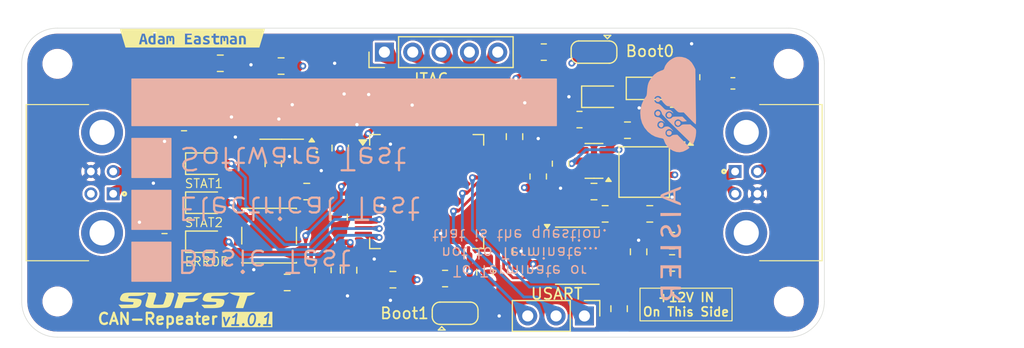
<source format=kicad_pcb>
(kicad_pcb (version 20241229) (generator "pcbnew") (generator_version "9.0")
  (layers (0 "F.Cu" mixed) (4 "In1.Cu" power) (6 "In2.Cu" power) (2 "B.Cu" mixed) (13 "F.Paste" user) (15 "B.Paste" user) (5 "F.SilkS" user "F.Silkscreen") (7 "B.SilkS" user "B.Silkscreen") (1 "F.Mask" user) (3 "B.Mask" user) (25 "Edge.Cuts" user))
  (net 0 "")
  (net 1 "GND")
  (net 2 "+3V3")
  (net 3 "+3.3VA")
  (net 4 "Net-(C10-Pad1)")
  (net 5 "Net-(C12-Pad1)")
  (net 6 "Net-(U1-PD0)")
  (net 7 "Net-(U1-PD1)")
  (net 8 "/NReset")
  (net 9 "Net-(D1-K)")
  (net 10 "+GLV")
  (net 11 "SYS_JTDO")
  (net 12 "SYS_JTDI")
  (net 13 "SYS_JTCK-SW")
  (net 14 "SYS_JTMS-SWDIO")
  (net 15 "SYS_NJTRST")
  (net 16 "USART1_TX")
  (net 17 "USART1_RX")
  (net 18 "USART1_CK")
  (net 19 "Net-(U1-BOOT0)")
  (net 21 "MCU_CAN2_TX")
  (net 28 "MCU_CAN2_RX")
  (net 40 "MCU_CAN1_TX")
  (net 50 "MCU_CAN1_RX")
  (net 56 "Net-(JP2-C)")
  (net 57 "Net-(JP1-C)")
  (net 58 "Net-(U1-PB2)")
  (net 59 "Net-(D2-A+)")
  (net 60 "Net-(D3-K)")
  (net 61 "/STAT1_LED")
  (net 62 "Net-(D4-K)")
  (net 63 "/STAT2_LED")
  (net 64 "Net-(D5-K)")
  (net 65 "/ERROR_LED")
  (net 67 "Net-(U3-SW)")
  (net 68 "Net-(U3-CB)")
  (net 69 "Net-(U3-FB)")
  (net 70 "Net-(U5-SHDN)")
  (net 71 "Net-(U2-SHDN)")
  (net 73 "Net-(J4-Pin_3)")
  (net 74 "+GLV_PROT")
  (net 75 "1_CAN-")
  (net 76 "1_CAN+")
  (net 77 "2_CAN+")
  (net 78 "2_CAN-")
  (footprint "Resistor_SMD:R_0805_2012Metric_Pad1.20x1.40mm_HandSolder" (layer "F.Cu") (at 141 79.25)
    (property "Reference" "R11" (hide yes))
    (property "Value" "120")
  )
  (footprint "Capacitor_SMD:C_0805_2012Metric_Pad1.18x1.45mm_HandSolder" (layer "F.Cu") (at 156.75 74.35 90)
    (property "Reference" "C6" (hide yes))
    (property "Value" "100n")
  )
  (footprint "Capacitor_SMD:C_0805_2012Metric_Pad1.18x1.45mm_HandSolder" (layer "F.Cu") (at 152 86.4 180)
    (property "Reference" "C19" (hide yes))
    (property "Value" "100n")
  )
  (footprint "Capacitor_SMD:C_0805_2012Metric_Pad1.18x1.45mm_HandSolder" (layer "F.Cu") (at 159.25 69.5 180)
    (property "Reference" "C5" (hide yes))
    (property "Value" "100n")
  )
  (footprint "Capacitor_SMD:C_0805_2012Metric_Pad1.18x1.45mm_HandSolder" (layer "F.Cu") (at 156.65 80.5375 90)
    (property "Reference" "C8" (hide yes))
    (property "Value" "10n")
  )
  (footprint "Package_QFP:LQFP-64_10x10mm_P0.5mm" (layer "F.Cu") (at 164.5 78.25)
    (property "Reference" "U1" (hide yes))
    (property "Value" "STM32F105RBTx")
  )
  (footprint "Capacitor_SMD:C_0805_2012Metric_Pad1.18x1.45mm_HandSolder" (layer "F.Cu") (at 157.5 85.3 -90)
    (property "Reference" "C9" (hide yes))
    (property "Value" "1u")
  )
  (footprint "Resistor_SMD:R_0805_2012Metric_Pad1.20x1.40mm_HandSolder" (layer "F.Cu") (at 186.5 82.65)
    (property "Reference" "R3" (hide yes))
    (property "Value" "60R")
  )
  (footprint "Resistor_SMD:R_0805_2012Metric_Pad1.20x1.40mm_HandSolder" (layer "F.Cu") (at 142.75 72.065 180)
    (property "Reference" "R1" (hide yes))
    (property "Value" "60R")
  )
  (footprint "Resistor_SMD:R_0805_2012Metric_Pad1.20x1.40mm_HandSolder" (layer "F.Cu") (at 188.25 68 90)
    (property "Reference" "R9" (hide yes))
    (property "Value" "100k")
  )
  (footprint "Capacitor_SMD:C_0805_2012Metric_Pad1.18x1.45mm_HandSolder" (layer "F.Cu") (at 184.5 80.25)
    (property "Reference" "C20" (hide yes))
    (property "Value" "10u")
  )
  (footprint "kibuzzard-690C9F6D" (layer "F.Cu") (at 143.5 64.5)
    (property "Reference" "kibuzzard-690C9F6D" (hide yes))
    (property "Value" "G***" (hide yes))
  )
  (footprint "Fuse:Fuse_0603_1608Metric_Pad1.05x0.95mm_HandSolder" (layer "F.Cu") (at 191.95 68.55)
    (property "Reference" "F1" (hide yes))
    (property "Value" "Fuse")
  )
  (footprint "Jumper:SolderJumper-3_P1.3mm_Bridged12_RoundedPad1.0x1.5mm" (layer "F.Cu") (at 167.05 89.1575)
    (property "Reference" "JP1" (hide yes))
    (property "Value" "SolderJumper_3_Bridged12")
  )
  (footprint "Resistor_SMD:R_0805_2012Metric_Pad1.20x1.40mm_HandSolder" (layer "F.Cu") (at 141 75.75)
    (property "Reference" "R10" (hide yes))
    (property "Value" "120")
  )
  (footprint "Capacitor_SMD:C_0805_2012Metric_Pad1.18x1.45mm_HandSolder" (layer "F.Cu") (at 150.75 75.75 -90)
    (property "Reference" "C14" (hide yes))
    (property "Value" "4.7p")
  )
  (footprint "Resistor_SMD:R_0805_2012Metric_Pad1.20x1.40mm_HandSolder" (layer "F.Cu") (at 142.75 69.965)
    (property "Reference" "R2" (hide yes))
    (property "Value" "60R")
  )
  (footprint "LED_SMD:LED_0805_2012Metric_Pad1.15x1.40mm_HandSolder" (layer "F.Cu") (at 144.75 82.75)
    (property "Reference" "D5" (hide yes))
    (property "Value" "LED")
  )
  (footprint "Package_SO:SOIC-8_3.9x4.9mm_P1.27mm" (layer "F.Cu") (at 178 84)
    (property "Reference" "U2" (hide yes))
    (property "Value" "TCAN3404-Q1")
  )
  (footprint "Resistor_SMD:R_0805_2012Metric_Pad1.20x1.40mm_HandSolder" (layer "F.Cu") (at 176.5 75.75 -90)
    (property "Reference" "R14" (hide yes))
    (property "Value" "22.1k")
  )
  (footprint "Capacitor_SMD:C_0805_2012Metric_Pad1.18x1.45mm_HandSolder" (layer "F.Cu") (at 180.5 80.25 180)
    (property "Reference" "C21" (hide yes))
    (property "Value" "10u")
  )
  (footprint "Button_Switch_SMD:SW_SPST_PTS647_Sx38" (layer "F.Cu") (at 150.375 82.2)
    (property "Reference" "SW1" (hide yes))
    (property "Value" "PTS647Sx38")
  )
  (footprint "Capacitor_SMD:C_0805_2012Metric_Pad1.18x1.45mm_HandSolder" (layer "F.Cu") (at 153.75 78.25)
    (property "Reference" "C15" (hide yes))
    (property "Value" "4.7p")
  )
  (footprint "Package_TO_SOT_SMD:SOT-23" (layer "F.Cu") (at 187 72.25 180)
    (property "Reference" "Q1" (hide yes))
    (property "Value" "DMP510DL-7")
  )
  (footprint "Capacitor_SMD:C_0805_2012Metric_Pad1.18x1.45mm_HandSolder" (layer "F.Cu") (at 174.75 70.75 -90)
    (property "Reference" "C2" (hide yes))
    (property "Value" "4.7u")
  )
  (footprint "Jumper:SolderJumper-3_P1.3mm_Bridged12_RoundedPad1.0x1.5mm" (layer "F.Cu") (at 179.5 65.75 180)
    (property "Reference" "JP2" (hide yes))
    (property "Value" "SolderJumper_3_Bridged12")
  )
  (footprint "Capacitor_SMD:C_0805_2012Metric_Pad1.18x1.45mm_HandSolder" (layer "F.Cu") (at 161.475 86.15 180)
    (property "Reference" "C1" (hide yes))
    (property "Value" "100n")
  )
  (footprint "Capacitor_SMD:C_0805_2012Metric_Pad1.18x1.45mm_HandSolder" (layer "F.Cu") (at 146 66.75)
    (property "Reference" "C22" (hide yes))
    (property "Value" "100n")
  )
  (footprint "MountingHole:MountingHole_2.2mm_M2" (layer "F.Cu") (at 196.964339 88.114466)
    (property "Reference" "H4" (hide yes))
    (property "Value" "MountingHole")
  )
  (footprint "Resistor_SMD:R_0805_2012Metric_Pad1.20x1.40mm_HandSolder" (layer "F.Cu") (at 141 82.75)
    (property "Reference" "R12" (hide yes))
    (property "Value" "120" (hide yes))
  )
  (footprint "Capacitor_SMD:C_0805_2012Metric_Pad1.18x1.45mm_HandSolder" (layer "F.Cu") (at 181.75 88.75 90)
    (property "Reference" "C23" (hide yes))
    (property "Value" "100n")
  )
  (footprint "Inductor_SMD:L_Coilcraft_XAL4020-XXX" (layer "F.Cu") (at 184 76.5)
    (property "Reference" "L1" (hide yes))
    (property "Value" "2.2uH")
  )
  (footprint "Connector_PinHeader_2.54mm:PinHeader_1x05_P2.54mm_Vertical" (layer "F.Cu") (at 160.71 65.75 90)
    (property "Reference" "J1" (hide yes))
    (property "Value" "Conn_01x05")
  )
  (footprint "SUFST:M80-54004YY" (layer "F.Cu") (at 136.4 78.45 -90)
    (property "Reference" "J2" (hide yes))
    (property "Value" "CAN 1" (hide yes))
  )
  (footprint "LOGO" (layer "F.Cu") (at 143 88)
    (property "Reference" "G***" (hide yes))
    (property "Value" "LOGO" (hide yes))
  )
  (footprint "Capacitor_SMD:C_0805_2012Metric_Pad1.18x1.45mm_HandSolder" (layer "F.Cu") (at 179.5 78.25 180)
    (property "Reference" "C16" (hide yes))
    (property "Value" "0.1uF")
  )
  (footprint "SUFST:M80-54004YY" (layer "F.Cu") (at 192.15 76.45 90)
    (property "Reference" "J4" (hide yes))
    (property "Value" "CAN 1" (hide yes))
  )
  (footprint "Capacitor_SMD:C_0805_2012Metric_Pad1.18x1.45mm_HandSolder" (layer "F.Cu") (at 169.725 85.475 -90)
    (property "Reference" "C3" (hide yes))
    (property "Value" "100n")
  )
  (footprint "LED_SMD:LED_0805_2012Metric_Pad1.15x1.40mm_HandSolder" (layer "F.Cu") (at 180.25 69.75)
    (property "Reference" "D1" (hide yes))
    (property "Value" "LED")
  )
  (footprint "Resistor_SMD:R_0805_2012Metric_Pad1.20x1.40mm_HandSolder" (layer "F.Cu") (at 174.5 76.9 90)
    (property "Reference" "R13" (hide yes))
    (property "Value" "100k")
  )
  (footprint "MountingHole:MountingHole_2.2mm_M2" (layer "F.Cu") (at 131.4 88.1)
    (property "Reference" "H3" (hide yes))
    (property "Value" "MountingHole")
  )
  (footprint "Capacitor_SMD:C_0805_2012Metric_Pad1.18x1.45mm_HandSolder" (layer "F.Cu") (at 172.375 73.325 -90)
    (property "Reference" "C4" (hide yes))
    (property "Value" "100n")
  )
  (footprint "Capacitor_SMD:C_0805_2012Metric_Pad1.18x1.45mm_HandSolder" (layer "F.Cu") (at 183.5 83.65 90)
    (property "Reference" "C12" (hide yes))
    (property "Value" "4.7n")
  )
  (footprint "Capacitor_SMD:C_0805_2012Metric_Pad1.18x1.45mm_HandSolder" (layer "F.Cu") (at 182.5 72.75)
    (property "Reference" "C13" (hide yes))
    (property "Value" "2.2u")
  )
  (footprint "Capacitor_SMD:C_0805_2012Metric_Pad1.18x1.45mm_HandSolder" (layer "F.Cu") (at 145.65 71.065 -90)
    (property "Reference" "C10" (hide yes))
    (property "Value" "4.7n")
  )
  (footprint "LED_SMD:LED_0805_2012Metric_Pad1.15x1.40mm_HandSolder" (layer "F.Cu") (at 144.75 75.75)
    (property "Reference" "D3" (hide yes))
    (property "Value" "LED")
  )
  (footprint "LED_SMD:LED_0805_2012Metric_Pad1.15x1.40mm_HandSolder" (layer "F.Cu") (at 144.75 79.25)
    (property "Reference" "D4" (hide yes))
    (property "Value" "LED")
  )
  (footprint "Capacitor_SMD:C_0805_2012Metric_Pad1.18x1.45mm_HandSolder" (layer "F.Cu") (at 151.45 67)
    (property "Reference" "C11" (hide yes))
    (property "Value" "100n")
  )
  (footprint "Resistor_SMD:R_0805_2012Metric_Pad1.20x1.40mm_HandSolder" (layer "F.Cu") (at 155.2 85.3 90)
    (property "Reference" "R7" (hide yes))
    (property "Value" "10k")
  )
  (footprint "Resistor_SMD:R_0805_2012Metric_Pad1.20x1.40mm_HandSolder" (layer "F.Cu") (at 178.2 71.8)
    (property "Reference" "R6" (hide yes))
    (property "Value" "1k")
  )
  (footprint "Resistor_SMD:R_0805_2012Metric_Pad1.20x1.40mm_HandSolder" (layer "F.Cu") (at 186.5 84.65 180)
    (property "Reference" "R4" (hide yes))
    (property "Value" "60R")
  )
  (footprint "Resistor_SMD:R_0805_2012Metric_Pad1.20x1.40mm_HandSolder" (layer "F.Cu") (at 175 65.75 180)
    (property "Reference" "R5" (hide yes))
    (property "Value" "100")
  )
  (footprint "MountingHole:MountingHole_2.2mm_M2" (layer "F.Cu") (at 196.95 66.8)
    (property "Reference" "H2" (hide yes))
    (property "Value" "MountingHole")
  )
  (footprint "Resistor_SMD:R_0805_2012Metric_Pad1.20x1.40mm_HandSolder" (layer "F.Cu") (at 166.15 86.05)
    (property "Reference" "R8" (hide yes))
    (property "Value" "100")
  )
  (footprint "Package_TO_SOT_SMD:SOT-23-6" (layer "F.Cu") (at 179.5 75.5 180)
    (property "Reference" "U3" (hide yes))
    (property "Value" "LMR51430")
  )
  (footprint "Package_SO:SOIC-8_3.9x4.9mm_P1.27mm" (layer "F.Cu") (at 151.5 71 180)
    (property "Reference" "U5" (hide yes))
    (property "Value" "TCAN3404-Q1")
  )
  (footprint "NetTie:NetTie-2_SMD_Pad0.5mm" (layer "F.Cu") (at 157.15 82.8)
    (property "Reference" "NT1" (hide yes))
    (property "Value" "NetTie_2" (hide yes))
  )
  (footprint "Connector_PinHeader_2.54mm:PinHeader_1x03_P2.54mm_Vertical" (layer "F.Cu") (at 178.64 89.4 -90)
    (property "Reference" "J5" (hide yes))
    (property "Value" "USART1")
  )
  (footprint "Diode_SMD:D_SOD-123" (layer "F.Cu") (at 184.75 69)
    (property "Reference" "D2" (hide yes))
    (property "Value" "BZT52B10")
  )
  (footprint "SUFST:Resonator_SMD_ECS_ECX-1247Q_1.6x1.2x0.3mm" (layer "F.Cu") (at 153.75 75.575 180)
    (property "Reference" "Y2" (hide yes))
    (property "Value" "ABM8AIG-8.000MHZ-1Z-T")
  )
  (footprint "MountingHole:MountingHole_2.2mm_M2" (layer "F.Cu") (at 131.4 66.8)
    (property "Reference" "H1" (hide yes))
    (property "Value" "MountingHole")
  )
  (footprint "Capacitor_SMD:C_0805_2012Metric_Pad1.18x1.45mm_HandSolder" (layer "F.Cu") (at 172.95 83.65 -90)
    (property "Reference" "C7" (hide yes))
    (property "Value" "100n")
  )
  (footprint "SUFST:QualityCheck" (layer "B.Cu") (at 154.4 77.45)
    (property "Reference" "REF**" (hide yes))
    (property "Value" "QualityCheck")
  )
  (footprint "LOGO" (layer "B.Cu") (at 186.15 77.15 -90)
    (property "Reference" "G***" (hide yes))
    (property "Value" "LOGO" (hide yes))
  )
  (gr_rect (start 183.625 86.9123) (end 191.875 89.8377) (stroke (width 0.1)) (fill no) (layer "F.SilkS"))
  (gr_arc (start 128.2 66.786) (mid 129.133158 64.533158) (end 131.386 63.6) (stroke (width 0.05)) (layer "Edge.Cuts"))
  (gr_arc (start 196.964 63.6) (mid 199.216842 64.533158) (end 200.15 66.786) (stroke (width 0.05)) (layer "Edge.Cuts"))
  (gr_line (start 128.2 88.114073) (end 128.2 66.786) (stroke (width 0.05)) (layer "Edge.Cuts"))
  (gr_line (start 131.386 63.6) (end 196.964 63.6) (stroke (width 0.05)) (layer "Edge.Cuts"))
  (gr_arc (start 131.386 91.300073) (mid 129.133158 90.366915) (end 128.2 88.114073) (stroke (width 0.05)) (layer "Edge.Cuts"))
  (gr_line (start 196.964 91.300073) (end 131.386 91.300073) (stroke (width 0.05)) (layer "Edge.Cuts"))
  (gr_line (start 200.15 66.786) (end 200.15 88.114073) (stroke (width 0.05)) (layer "Edge.Cuts"))
  (gr_arc (start 200.15 88.114073) (mid 199.216842 90.366915) (end 196.964 91.300073) (stroke (width 0.05)) (layer "Edge.Cuts"))
  (gr_text "v1.0.1" (at 146 90.35 0) (layer "F.SilkS" knockout) (effects (font (size 1 1) (thickness 0.16) (italic yes)) (justify left bottom)))
  (gr_text "USART" (at 173.75 88 0) (layer "F.SilkS") (effects (font (size 1 1)) (justify left bottom)))
  (gr_text "STAT1" (at 142.75 78 0) (layer "F.SilkS") (effects (font (size 0.8 0.8) (thickness 0.1)) (justify left bottom)))
  (gr_text "ERROR" (at 142.75 85 0) (layer "F.SilkS") (effects (font (size 0.8 0.8) (thickness 0.1)) (justify left bottom)))
  (gr_text "Boot1" (at 160.25 89.75 0) (layer "F.SilkS") (effects (font (size 1 1)) (justify left bottom)))
  (gr_text "+12V IN\nOn This Side" (at 187.75 89.5 0) (layer "F.SilkS") (effects (font (size 0.8 0.8) (thickness 0.15) (bold yes)) (justify bottom)))
  (gr_text "CAN-Repeater" (at 134.9 90.25 0) (layer "F.SilkS") (effects (font (size 1 1) (thickness 0.2) (bold yes)) (justify left bottom)))
  (gr_text "Boot0" (at 182.25 66.25 0) (layer "F.SilkS") (effects (font (size 1 1)) (justify left bottom)))
  (gr_text "STAT2" (at 142.75 81.5 0) (layer "F.SilkS") (effects (font (size 0.8 0.8) (thickness 0.1)) (justify left bottom)))
  (gr_text "JTAG" (at 163 68.75 0) (layer "F.SilkS") (effects (font (size 1 1)) (justify left bottom)))
  (gr_text "To Terminate or\nnot to Terminate...\nthat is the question." (at 172.85 81.55 180) (layer "B.SilkS") (effects (font (size 1 1) (thickness 0.125)) (justify bottom mirror)))
  (segment (start 154.35 76) (end 154.325 76) (width 0.2) (layer "F.Cu") (net 1))
  (segment (start 147.71 73.005) (end 147.35 73.365) (width 0.5) (layer "F.Cu") (net 1))
  (segment (start 161.25 85.3375) (end 160.4375 86.15) (width 0.25) (layer "F.Cu") (net 1))
  (segment (start 160.5 79.5) (end 160 80) (width 0.25) (layer "F.Cu") (net 1))
  (segment (start 167.75 83) (end 167.25 82.5) (width 0.25) (layer "F.Cu") (net 1))
  (segment (start 158.2125 69.5) (end 157.1 69.5) (width 0.5) (layer "F.Cu") (net 1))
  (segment (start 148.975 73.005) (end 147.71 73.005) (width 0.5) (layer "F.Cu") (net 1))
  (segment (start 173.7025 83.365) (end 172.95 82.6125) (width 0.5) (layer "F.Cu") (net 1))
  (segment (start 166.75 82) (end 165.75 82) (width 0.25) (layer "F.Cu") (net 1))
  (segment (start 154.7 76.375) (end 154.325 76) (width 0.2) (layer "F.Cu") (net 1))
  (segment (start 171 87.7875) (end 169.725 86.5125) (width 0.5) (layer "F.Cu") (net 1))
  (segment (start 170.175 75) (end 171.7375 75) (width 0.25) (layer "F.Cu") (net 1))
  (segment (start 171.7375 75) (end 172.375 74.3625) (width 0.25) (layer "F.Cu") (net 1))
  (segment (start 150.75 76.7875) (end 151.25 76.7875) (width 0.5) (layer "F.Cu") (net 1))
  (segment (start 146.4625 72.1025) (end 147 71.565) (width 0.5) (layer "F.Cu") (net 1))
  (segment (start 167.25 82.5) (end 166.75 82) (width 0.25) (layer "F.Cu") (net 1))
  (segment (start 156.75 73.3125) (end 157.0375 73.3125) (width 0.5) (layer "F.Cu") (net 1))
  (segment (start 153.175 75.15) (end 152.25 75.15) (width 0.2) (layer "F.Cu") (net 1))
  (segment (start 161.25 83.925) (end 161.25 85.3375) (width 0.25) (layer "F.Cu") (net 1))
  (segment (start 157.4 86.4375) (end 157.5 86.3375) (width 0.5) (layer "F.Cu") (net 1))
  (segment (start 157.4 87.6) (end 157.4 86.4375) (width 0.5) (layer "F.Cu") (net 1))
  (segment (start 161.25 72.575) (end 161.25 74) (width 0.25) (layer "F.Cu") (net 1))
  (segment (start 160.4375 86.15) (end 160.4375 85.8625) (width 0.2) (layer "F.Cu") (net 1))
  (segment (start 175.4 83.365) (end 173.7025 83.365) (width 0.5) (layer "F.Cu") (net 1))
  (segment (start 171 89.4) (end 171 87.7875) (width 0.5) (layer "F.Cu") (net 1))
  (segment (start 145.65 72.1025) (end 146.4625 72.1025) (width 0.5) (layer "F.Cu") (net 1))
  (segment (start 167.75 83.925) (end 167.75 83) (width 0.25) (layer "F.Cu") (net 1))
  (segment (start 157.15 80) (end 156.65 79.5) (width 0.25) (layer "F.Cu") (net 1))
  (segment (start 158.825 80) (end 157.15 80) (width 0.25) (layer "F.Cu") (net 1))
  (segment (start 155.05 76.375) (end 154.7 76.375) (width 0.2) (layer "F.Cu") (net 1))
  (segment (start 152.25 75.15) (end 152.2 75.1) (width 0.2) (layer "F.Cu") (net 1))
  (segment (start 160 80) (end 158.825 80) (width 0.25) (layer "F.Cu") (net 1))
  (via (at 148.75 66.885) (size 0.6) (drill 0.3) (layers "F.Cu" "B.Cu") (net 1))
  (via (at 152.2 75.1) (size 0.6) (drill 0.3) (layers "F.Cu" "B.Cu") (net 1))
  (via (at 157.1 69.5) (size 0.6) (drill 0.3) (layers "F.Cu" "B.Cu") (net 1))
  (via (at 183.5 82.6125) (size 0.6) (drill 0.3) (layers "F.Cu" "B.Cu") (net 1))
  (via (at 147.35 73.365) (size 0.6) (drill 0.3) (layers "F.Cu" "B.Cu") (net 1))
  (via (at 176.5 77.95) (size 0.6) (drill 0.3) (layers "F.Cu" "B.Cu") (net 1))
  (via (at 161.25 88) (size 0.6) (drill 0.3) (layers "F.Cu" "B.Cu") (net 1))
  (via (at 156.25 66.75) (size 0.6) (drill 0.3) (layers "F.Cu" "B.Cu") (net 1))
  (via (at 140 77.5) (size 0.6) (drill 0.3) (layers "F.Cu" "B.Cu") (net 1))
  (via (at 172.963409 83.6) (size 0.6) (drill 0.3) (layers "F.Cu" "B.Cu") (net 1))
  (via (at 171 89.4) (size 0.6) (drill 0.3) (layers "F.Cu" "B.Cu") (net 1))
  (via (at 158.25 72.25) (size 0.6) (drill 0.3) (layers "F.Cu" "B.Cu") (net 1))
  (via (at 141 73.75) (size 0.6) (drill 0.3) (layers "F.Cu" "B.Cu") (net 1))
  (via (at 138.75 81) (size 0.6) (drill 0.3) (layers "F.Cu" "B.Cu") (net 1))
  (via (at 155.05 76.375) (size 0.6) (drill 0.3) (layers "F.Cu" "B.Cu") (net 1))
  (via (at 161.25 74) (size 0.6) (drill 0.3) (layers "F.Cu" "B.Cu") (net 1))
  (via (at 165.75 82) (size 0.6) (drill 0.3) (layers "F.Cu" "B.Cu") (net 1))
  (via (at 174.5 73.5) (size 0.6) (drill 0.3) (layers "F.Cu" "B.Cu") (net 1))
  (via (at 177.25 69.75) (size 0.6) (drill 0.3) (layers "F.Cu" "B.Cu") (net 1))
  (via (at 147 71.565) (size 0.6) (drill 0.3) (layers "F.Cu" "B.Cu") (net 1))
  (via (at 188.25 65) (size 0.6) (drill 0.3) (layers "F.Cu" "B.Cu") (net 1))
  (via (at 160.5 79.5) (size 0.6) (drill 0.3) (layers "F.Cu" "B.Cu") (net 1))
  (via (at 149 85.25) (size 0.6) (drill 0.3) (layers "F.Cu" "B.Cu") (net 1))
  (via (at 186.5 78.75) (size 0.6) (drill 0.3) (layers "F.Cu" "B.Cu") (net 1))
  (via (at 159.8 84.3) (size 0.6) (drill 0.3) (layers "F.Cu" "B.Cu") (net 1))
  (via (at 151.25 71.75) (size 0.6) (drill 0.3) (layers "F.Cu" "B.Cu") (net 1))
  (via (at 157.4 87.6) (size 0.6) (drill 0.3) (layers "F.Cu" "B.Cu") (net 1))
  (via (at 183.55 70.75) (size 0.6) (drill 0.3) (layers "F.Cu" "B.Cu") (net 1))
  (segment (start 152.55 70.365) (end 153.825 70.365) (width 0.5) (layer "F.Cu") (net 2))
  (segment (start 158.825 73.475) (end 158.825 74.5) (width 0.25) (layer "F.Cu") (net 2))
  (segment (start 159.725 72.575) (end 160.75 72.575) (width 0.25) (layer "F.Cu") (net 2))
  (segment (start 155.2375 84.2625) (end 155.2 84.3) (width 0.5) (layer "F.Cu") (net 2))
  (segment (start 169.3125 84.4375) (end 168.351 85.399) (width 0.5) (layer "F.Cu") (net 2))
  (segment (start 177.5 66.75) (end 178.2 66.05) (width 0.5) (layer "F.Cu") (net 2))
  (segment (start 178.2 66.05) (end 178.2 65.75) (width 0.5) (layer "F.Cu") (net 2))
  (segment (start 159.25 73.05) (end 158.825 73.475) (width 0.25) (layer "F.Cu") (net 2))
  (segment (start 181.7875 80.25) (end 181.5375 80) (width 0.5) (layer "F.Cu") (net 2))
  (segment (start 174.7125 69.75) (end 173.75 69.75) (width 0.5) (layer "F.Cu") (net 2))
  (segment (start 174.925 69.5375) (end 174.7125 69.75) (width 0.5) (layer "F.Cu") (net 2))
  (segment (start 173.9875 84.6875) (end 172.95 84.6875) (width 0.5) (layer "F.Cu") (net 2))
  (segment (start 168.351 85.399) (end 168.351 89.1565) (width 0.5) (layer "F.Cu") (net 2))
  (segment (start 157.5 84.2625) (end 155.2375 84.2625) (width 0.5) (layer "F.Cu") (net 2))
  (segment (start 183.2125 80.25) (end 181.7875 80.25) (width 0.5) (layer "F.Cu") (net 2))
  (segment (start 172.95 84.6875) (end 173.2875 84.35) (width 0.5) (layer "F.Cu") (net 2))
  (segment (start 156.75 75.3875) (end 156.75 74.4) (width 0.5) (layer "F.Cu") (net 2))
  (segment (start 159.35 69.5) (end 159.3 69.55) (width 0.5) (layer "F.Cu") (net 2))
  (segment (start 173.75 69.75) (end 173.29375 70.20625) (width 0.5) (layer "F.Cu") (net 2))
  (segment (start 160.2875 69.5) (end 159.35 69.5) (width 0.5) (layer "F.Cu") (net 2))
  (segment (start 174.05 84.75) (end 173.9875 84.6875) (width 0.5) (layer "F.Cu") (net 2))
  (segment (start 168.351 89.1565) (end 168.35 89.1575) (width 0.5) (layer "F.Cu") (net 2))
  (segment (start 185.435 76.75) (end 185.185 76.5) (width 0.5) (layer "F.Cu") (net 2))
  (segment (start 174.05 84.75) (end 174.165 84.635) (width 0.5) (layer "F.Cu") (net 2))
  (segment (start 168.351 85.399) (end 168.351 83.925) (width 0.5) (layer "F.Cu") (net 2))
  (segment (start 161.75 85.3875) (end 162.5125 86.15) (width 0.25) (layer "F.Cu") (net 2))
  (segment (start 173.29375 70.29375) (end 172.375 71.2125) (width 0.5) (layer "F.Cu") (net 2))
  (segment (start 162.5125 86.3875) (end 162.5125 86.15) (width 0.5) (layer "F.Cu") (net 2))
  (segment (start 159.25 73.05) (end 159.725 72.575) (width 0.25) (layer "F.Cu") (net 2))
  (segment (start 157.4625 84.3) (end 157.5 84.2625) (width 0.5) (layer "F.Cu") (net 2))
  (segment (start 152.45 70.465) (end 152.55 70.365) (width 0.5) (layer "F.Cu") (net 2))
  (segment (start 171.8125 72.2875) (end 172.375 72.2875) (width 0.25) (layer "F.Cu") (net 2))
  (segment (start 153.4 67) (end 152.4875 67) (width 0.5) (layer "F.Cu") (net 2))
  (segment (start 161.75 83.925) (end 161.75 85.3875) (width 0.25) (layer "F.Cu") (net 2))
  (segment (start 174.5 77.9) (end 173.25 77.9) (width 0.5) (layer "F.Cu") (net 2))
  (segment (start 185.185 78.2775) (end 183.2125 80.25) (width 0.5) (layer "F.Cu") (net 2))
  (segment (start 185.185 76.5) (end 185.185 78.2775) (width 0.5) (layer "F.Cu") (net 2))
  (segment (start 186.75 76.75) (end 185.435 76.75) (width 0.5) (layer "F.Cu") (net 2))
  (segment (start 157.65 82.8) (end 157.65 84.1125) (width 0.5) (layer "F.Cu") (net 2))
  (segment (start 170.175 74.5) (end 170.175 73.925) (width 0.25) (layer "F.Cu") (net 2))
  (segment (start 162.5125 86.15) (end 162.5125 85.8125) (width 0.2) (layer "F.Cu") (net 2))
  (segment (start 157.8 83.9625) (end 157.5 84.2625) (width 0.5) (layer "F.Cu") (net 2))
  (segment (start 172.375 72.2875) (end 172.5875 72.2875) (width 0.5) (layer "F.Cu") (net 2))
  (segment (start 170.175 73.925) (end 171.8125 72.2875) (width 0.25) (layer "F.Cu") (net 2))
  (segment (start 157.65 84.1125) (end 157.5 84.2625) (width 0.5) (layer "F.Cu") (net 2))
  (segment (start 173.29375 70.20625) (end 173.29375 70.29375) (width 0.5) (layer "F.Cu") (net 2))
  (segment (start 172.375 71.2125) (end 172.375 72.2875) (width 0.5) (layer "F.Cu") (net 2))
  (segment (start 174.165 84.635) (end 175.4 84.635) (width 0.5) (layer "F.Cu") (net 2))
  (segment (start 169.725 84.4375) (end 169.3125 84.4375) (width 0.5) (layer "F.Cu") (net 2))
  (segment (start 163.65 86.15) (end 162.5125 86.15) (width 0.5) (layer "F.Cu") (net 2))
  (via (at 152.45 70.465) (size 0.6) (drill 0.3) (layers "F.Cu" "B.Cu") (net 2))
  (via (at 156.75 74.4) (size 0.6) (drill 0.3) (layers "F.Cu" "B.Cu") (net 2))
  (via (at 153.4 67) (size 0.6) (drill 0.3) (layers "F.Cu" "B.Cu") (net 2))
  (via (at 177.5 66.75) (size 0.6) (drill 0.3) (layers "F.Cu" "B.Cu") (net 2))
  (via (at 159.25 73.05) (size 0.6) (drill 0.3) (layers "F.Cu" "B.Cu") (net 2))
  (via (at 168.351 85.399) (size 0.6) (drill 0.3) (layers "F.Cu" "B.Cu") (net 2))
  (via (at 173.29375 70.29375) (size 0.6) (drill 0.3) (layers "F.Cu" "B.Cu") (net 2))
  (via (at 157.65 82.8) (size 0.6) (drill 0.3) (layers "F.Cu" "B.Cu") (net 2))
  (via (at 173.25 77.9) (size 0.6) (drill 0.3) (layers "F.Cu" "B.Cu") (net 2))
  (via (at 174.05 84.75) (size 0.6) (drill 0.3) (layers "F.Cu" "B.Cu") (net 2))
  (via (at 163.65 86.15) (size 0.6) (drill 0.3) (layers "F.Cu" "B.Cu") (net 2))
  (via (at 186.75 76.75) (size 0.6) (drill 0.3) (layers "F.Cu" "B.Cu") (net 2))
  (via (at 159.3 69.55) (size 0.6) (drill 0.3) (layers "F.Cu" "B.Cu") (net 2))
  (segment (start 157.725 80.5) (end 156.65 81.575) (width 0.25) (layer "F.Cu") (net 3))
  (segment (start 158.825 80.5) (end 157.725 80.5) (width 0.25) (layer "F.Cu") (net 3))
  (segment (start 156.65 82.8) (end 156.65 81.575) (width 0.5) (layer "F.Cu") (net 3))
  (segment (start 143.75 69.965) (end 143.75 72.065) (width 0.5) (layer "F.Cu") (net 4))
  (segment (start 145.5875 69.965) (end 145.65 70.0275) (width 0.5) (layer "F.Cu") (net 4))
  (segment (start 143.75 69.965) (end 145.5875 69.965) (width 0.5) (layer "F.Cu") (net 4))
  (segment (start 183.5375 84.65) (end 183.5 84.6875) (width 0.5) (layer "F.Cu") (net 5))
  (segment (start 185.5 84.65) (end 185.5 82.65) (width 0.5) (layer "F.Cu") (net 5))
  (segment (start 185.5 84.65) (end 183.5375 84.65) (width 0.5) (layer "F.Cu") (net 5))
  (segment (start 154.325 74.85) (end 154.325 75.15) (width 0.25) (layer "F.Cu") (net 6))
  (segment (start 153.725 74.25) (end 154.325 74.85) (width 0.25) (layer "F.Cu") (net 6))
  (segment (start 154.325 75.15) (end 154.878486 75.15) (width 0.25) (layer "F.Cu") (net 6))
  (segment (start 150.75 74.7125) (end 151.2125 74.25) (width 0.25) (layer "F.Cu") (net 6))
  (segment (start 154.878486 75.15) (end 156.228486 76.5) (width 0.25) (layer "F.Cu") (net 6))
  (segment (start 151.2125 74.25) (end 153.725 74.25) (width 0.25) (layer "F.Cu") (net 6))
  (segment (start 156.228486 76.5) (end 158.825 76.5) (width 0.25) (layer "F.Cu") (net 6))
  (segment (start 153.175 76) (end 152.7125 76.4625) (width 0.25) (layer "F.Cu") (net 7))
  (segment (start 158.825 77) (end 154.175 77) (width 0.25) (layer "F.Cu") (net 7))
  (segment (start 152.7125 76.4625) (end 152.7125 78.25) (width 0.25) (layer "F.Cu") (net 7))
  (segment (start 154.175 77) (end 153.175 76) (width 0.25) (layer "F.Cu") (net 7))
  (segment (start 153.65 82.2) (end 153.65 83.15) (width 0.25) (layer "F.Cu") (net 8))
  (segment (start 153.1375 86.3) (end 153.0375 86.4) (width 0.5) (layer "F.Cu") (net 8))
  (segment (start 153.0375 83.8375) (end 153 83.8) (width 0.5) (layer "F.Cu") (net 8))
  (segment (start 153.0375 86.4) (end 153.0375 83.8375) (width 0.5) (layer "F.Cu") (net 8))
  (segment (start 157.15 77.5) (end 156.85 77.8) (width 0.25) (layer "F.Cu") (net 8))
  (segment (start 158.825 77.5) (end 157.15 77.5) (width 0.25) (layer "F.Cu") (net 8))
  (segment (start 153 83.8) (end 147.75 83.8) (width 0.5) (layer "F.Cu") (net 8))
  (segment (start 155.2 86.3) (end 153.1375 86.3) (width 0.5) (layer "F.Cu") (net 8))
  (segment (start 153.65 83.15) (end 153 83.8) (width 0.25) (layer "F.Cu") (net 8))
  (via (at 153.65 82.2) (size 0.6) (drill 0.3) (layers "F.Cu" "B.Cu") (net 8))
  (via (at 156.85 77.8) (size 0.6) (drill 0.3) (layers "F.Cu" "B.Cu") (net 8))
  (segment (start 156.85 79) (end 153.65 82.2) (width 0.25) (layer "B.Cu") (net 8))
  (segment (start 156.85 77.8) (end 156.85 79) (width 0.25) (layer "B.Cu") (net 8))
  (segment (start 179.225 69.75) (end 179.225 71.775) (width 0.5) (layer "F.Cu") (net 9))
  (segment (start 179.225 71.775) (end 179.2 71.8) (width 0.5) (layer "F.Cu") (net 9))
  (segment (start 191.075 68.55) (end 191.075 70.675) (width 0.5) (layer "F.Cu") (net 10))
  (segment (start 191.075 70.675) (end 188.55 73.2) (width 0.5) (layer "F.Cu") (net 10))
  (segment (start 188.55 73.2) (end 187.9375 73.2) (width 0.5) (layer "F.Cu") (net 10))
  (segment (start 190.9 68.725) (end 191.075 68.55) (width 0.5) (layer "F.Cu") (net 10))
  (segment (start 165.25 67.695) (end 165.25 72.575) (width 0.25) (layer "F.Cu") (net 11))
  (segment (start 163.38 65.825) (end 165.25 67.695) (width 0.25) (layer "F.Cu") (net 11))
  (segment (start 165.92 65.825) (end 167.75 67.655) (width 0.25) (layer "F.Cu") (net 12))
  (segment (start 167.75 67.655) (end 167.75 72.575) (width 0.25) (layer "F.Cu") (net 12))
  (segment (start 168.25 72.575) (end 168.25 66.035) (width 0.25) (layer "F.Cu") (net 13))
  (segment (start 168.25 66.035) (end 168.46 65.825) (width 0.25) (layer "F.Cu") (net 13))
  (segment (start 169.2 75.5) (end 170.175 75.5) (width 0.25) (layer "F.Cu") (net 14))
  (segment (start 168.9 75.2) (end 169.2 75.5) (width 0.25) (layer "F.Cu") (net 14))
  (segment (start 171 65.825) (end 168.9 67.925) (width 0.25) (layer "F.Cu") (net 14))
  (segment (start 168.9 67.925) (end 168.9 75.2) (width 0.25) (layer "F.Cu") (net 14))
  (segment (start 164.75 72.575) (end 164.75 69.735) (width 0.25) (layer "F.Cu") (net 15))
  (segment (start 164.75 69.735) (end 160.84 65.825) (width 0.25) (layer "F.Cu") (net 15))
  (segment (start 167.7 78.4) (end 168.1 78.4) (width 0.25) (layer "F.Cu") (net 16))
  (segment (start 168.1 78.4) (end 169 77.5) (width 0.25) (layer "F.Cu") (net 16))
  (segment (start 169 77.5) (end 170.175 77.5) (width 0.25) (layer "F.Cu") (net 16))
  (via (at 167.7 78.4) (size 0.6) (drill 0.3) (layers "F.Cu" "B.Cu") (net 16))
  (segment (start 174.4 87.7) (end 176.1 89.4) (width 0.25) (layer "B.Cu") (net 16))
  (segment (start 167.7 82.2) (end 173.2 87.7) (width 0.25) (layer "B.Cu") (net 16))
  (segment (start 167.7 78.4) (end 167.7 82.2) (width 0.25) (layer "B.Cu") (net 16))
  (segment (start 173.2 87.7) (end 174.4 87.7) (width 0.25) (layer "B.Cu") (net 16))
  (segment (start 170.175 77) (end 168.6 77) (width 0.25) (layer "F.Cu") (net 17))
  (via (at 168.6 77) (size 0.6) (drill 0.3) (layers "F.Cu" "B.Cu") (net 17))
  (segment (start 176.04 86.8) (end 178.64 89.4) (width 0.25) (layer "B.Cu") (net 17))
  (segment (start 168.6 81.7) (end 173.7 86.8) (width 0.25) (layer "B.Cu") (net 17))
  (segment (start 173.7 86.8) (end 176.04 86.8) (width 0.25) (layer "B.Cu") (net 17))
  (segment (start 168.6 77) (end 168.6 81.7) (width 0.25) (layer "B.Cu") (net 17))
  (segment (start 166.9 80) (end 167.330822 80) (width 0.25) (layer "F.Cu") (net 18))
  (segment (start 170.175 78) (end 169.330822 78) (width 0.25) (layer "F.Cu") (net 18))
  (segment (start 169.330822 78) (end 167.330822 80) (width 0.25) (layer "F.Cu") (net 18))
  (via (at 166.9 80) (size 0.6) (drill 0.3) (layers "F.Cu" "B.Cu") (net 18))
  (segment (start 166.9 82.74) (end 173.56 89.4) (width 0.25) (layer "B.Cu") (net 18))
  (segment (start 166.9 80) (end 166.9 82.74) (width 0.25) (layer "B.Cu") (net 18))
  (segment (start 172.6 68.1) (end 174 66.7) (width 0.25) (layer "F.Cu") (net 19))
  (segment (start 162.75 72.575) (end 162.75 70.95) (width 0.25) (layer "F.Cu") (net 19))
  (segment (start 162.75 70.95) (end 163.2 70.5) (width 0.25) (layer "F.Cu") (net 19))
  (segment (start 172.5 68.1) (end 172.6 68.1) (width 0.25) (layer "F.Cu") (net 19))
  (segment (start 174 66.7) (end 174 65.75) (width 0.25) (layer "F.Cu") (net 19))
  (via (at 172.5 68.1) (size 0.6) (drill 0.3) (layers "F.Cu" "B.Cu") (net 19))
  (via (at 163.2 70.5) (size 0.6) (drill 0.3) (layers "F.Cu" "B.Cu") (net 19))
  (segment (start 170.1 70.5) (end 172.5 68.1) (width 0.25) (layer "B.Cu") (net 19))
  (segment (start 163.2 70.5) (end 170.1 70.5) (width 0.25) (layer "B.Cu") (net 19))
  (segment (start 175.155 81.5) (end 175.525 81.87) (width 0.25) (layer "F.Cu") (net 21))
  (segment (start 175.525 81.87) (end 175.525 82.095) (width 0.25) (layer "F.Cu") (net 21))
  (segment (start 170.175 81.5) (end 175.155 81.5) (width 0.25) (layer "F.Cu") (net 21))
  (segment (start 172.225 85.975) (end 172.95 85.975) (width 0.25) (layer "F.Cu") (net 28))
  (segment (start 172.975 85.95) (end 175.005 85.95) (width 0.25) (layer "F.Cu") (net 28))
  (segment (start 171.4 83.225) (end 171.4 85.15) (width 0.25) (layer "F.Cu") (net 28))
  (segment (start 170.175 82) (end 171.4 83.225) (width 0.25) (layer "F.Cu") (net 28))
  (segment (start 171.4 85.15) (end 172.225 85.975) (width 0.25) (layer "F.Cu") (net 28))
  (segment (start 172.95 85.975) (end 172.975 85.95) (width 0.25) (layer "F.Cu") (net 28))
  (segment (start 154.025 72.905) (end 153.925 73.005) (width 0.25) (layer "F.Cu") (net 40))
  (segment (start 154.999999 72.905) (end 154.025 72.905) (width 0.25) (layer "F.Cu") (net 40))
  (segment (start 161.75 71.730822) (end 161.319178 71.3) (width 0.25) (layer "F.Cu") (net 40))
  (segment (start 161.319178 71.3) (end 156.604999 71.3) (width 0.25) (layer "F.Cu") (net 40))
  (segment (start 156.604999 71.3) (end 154.999999 72.905) (width 0.25) (layer "F.Cu") (net 40))
  (segment (start 161.75 72.575) (end 161.75 71.730822) (width 0.25) (layer "F.Cu") (net 40))
  (segment (start 162.25 71.5) (end 161.5 70.75) (width 0.25) (layer "F.Cu") (net 50))
  (segment (start 162.25 72.575) (end 162.25 71.5) (width 0.25) (layer "F.Cu") (net 50))
  (segment (start 156.61 70.75) (end 155.055 69.195) (width 0.25) (layer "F.Cu") (net 50))
  (segment (start 154.075 69.195) (end 153.975 69.095) (width 0.25) (layer "F.Cu") (net 50))
  (segment (start 155.055 69.195) (end 154.075 69.195) (width 0.25) (layer "F.Cu") (net 50))
  (segment (start 161.5 70.75) (end 156.61 70.75) (width 0.25) (layer "F.Cu") (net 50))
  (segment (start 179.5 65.75) (end 179.5 66.75) (width 0.25) (layer "F.Cu") (net 56))
  (segment (start 178.5 67.75) (end 177 67.75) (width 0.25) (layer "F.Cu") (net 56))
  (segment (start 176 66.75) (end 176 65.75) (width 0.25) (layer "F.Cu") (net 56))
  (segment (start 179.5 66.75) (end 178.5 67.75) (width 0.25) (layer "F.Cu") (net 56))
  (segment (start 177 67.75) (end 176 66.75) (width 0.25) (layer "F.Cu") (net 56))
  (segment (start 167.15 86.05) (end 167.15 89.0575) (width 0.2) (layer "F.Cu") (net 57))
  (segment (start 167.15 89.0575) (end 167.05 89.1575) (width 0.2) (layer "F.Cu") (net 57))
  (segment (start 165.15 86.05) (end 166.25 84.95) (width 0.2) (layer "F.Cu") (net 58))
  (segment (start 166.25 84.95) (end 166.25 83.925) (width 0.2) (layer "F.Cu") (net 58))
  (segment (start 188.48 69.23) (end 188.25 69) (width 0.4) (layer "F.Cu") (net 59))
  (segment (start 188.25 69) (end 186.4 69) (width 0.5) (layer "F.Cu") (net 59))
  (segment (start 188.25 69) (end 188.25 70.9875) (width 0.5) (layer "F.Cu") (net 59))
  (segment (start 188.25 70.9875) (end 187.9375 71.3) (width 0.5) (layer "F.Cu") (net 59))
  (segment (start 186.4 69) (end 187.95 69) (width 0.5) (layer "F.Cu") (net 59))
  (segment (start 143.725 75.75) (end 142 75.75) (width 0.5) (layer "F.Cu") (net 60))
  (segment (start 145.775 75.75) (end 147 75.75) (width 0.5) (layer "F.Cu") (net 61))
  (segment (start 160 81) (end 160.25 80.75) (width 0.25) (layer "F.Cu") (net 61))
  (segment (start 158.825 81) (end 160 81) (width 0.25) (layer "F.Cu") (net 61))
  (via (at 147 75.75) (size 0.6) (drill 0.3) (layers "F.Cu" "B.Cu") (net 61))
  (via (at 160.25 80.75) (size 0.6) (drill 0.3) (layers "F.Cu" "B.Cu") (net 61))
  (segment (start 154 83) (end 151.75 83) (width 0.25) (layer "B.Cu") (net 61))
  (segment (start 160.25 80.75) (end 156.25 80.75) (width 0.25) (layer "B.Cu") (net 61))
  (segment (start 151.75 83) (end 148.25 79.5) (width 0.25) (layer "B.Cu") (net 61))
  (segment (start 148.25 79.5) (end 148.25 77) (width 0.25) (layer "B.Cu") (net 61))
  (segment (start 148.25 77) (end 147 75.75) (width 0.25) (layer "B.Cu") (net 61))
  (segment (start 156.25 80.75) (end 154 83) (width 0.25) (layer "B.Cu") (net 61))
  (segment (start 143.725 79.25) (end 142 79.25) (width 0.5) (layer "F.Cu") (net 62))
  (segment (start 158.825 81.5) (end 160.189646 81.5) (width 0.25) (layer "F.Cu") (net 63))
  (segment (start 160.189646 81.5) (end 160.258626 81.56898) (width 0.25) (layer "F.Cu") (net 63))
  (segment (start 145.775 79.25) (end 147 79.25) (width 0.5) (layer "F.Cu") (net 63))
  (via (at 160.258626 81.56898) (size 0.6) (drill 0.3) (layers "F.Cu" "B.Cu") (net 63))
  (via (at 147 79.25) (size 0.6) (drill 0.3) (layers "F.Cu" "B.Cu") (net 63))
  (segment (start 154.299 83.451) (end 151.201 83.451) (width 0.25) (layer "B.Cu") (net 63))
  (segment (start 155.25 82.5) (end 154.299 83.451) (width 0.25) (layer "B.Cu") (net 63))
  (segment (start 160.258626 81.56898) (end 156.18102 81.56898) (width 0.25) (layer "B.Cu") (net 63))
  (segment (start 156.18102 81.56898) (end 155.25 82.5) (width 0.25) (layer "B.Cu") (net 63))
  (segment (start 151.201 83.451) (end 147 79.25) (width 0.25) (layer "B.Cu") (net 63))
  (segment (start 143.725 82.75) (end 142 82.75) (width 0.5) (layer "F.Cu") (net 64))
  (segment (start 159.193918 82.368918) (end 160.248493 82.368918) (width 0.25) (layer "F.Cu") (net 65))
  (segment (start 145.775 82.75) (end 146.75 82.75) (width 0.5) (layer "F.Cu") (net 65))
  (segment (start 158.825 82) (end 159.193918 82.368918) (width 0.25) (layer "F.Cu") (net 65))
  (via (at 146.75 82.75) (size 0.6) (drill 0.3) (layers "F.Cu" "B.Cu") (net 65))
  (via (at 160.248493 82.368918) (size 0.6) (drill 0.3) (layers "F.Cu" "B.Cu") (net 65))
  (segment (start 160.248493 82.368918) (end 160.053575 82.174) (width 0.25) (layer "B.Cu") (net 65))
  (segment (start 160.053575 82.174) (end 156.576 82.174) (width 0.25) (layer "B.Cu") (net 65))
  (segment (start 156.576 82.174) (end 154.848 83.902) (width 0.25) (layer "B.Cu") (net 65))
  (segment (start 154.848 83.902) (end 147.902 83.902) (width 0.25) (layer "B.Cu") (net 65))
  (segment (start 147.902 83.902) (end 146.75 82.75) (width 0.25) (layer "B.Cu") (net 65))
  (segment (start 180.6375 75.5) (end 182.2 75.5) (width 0.5) (layer "F.Cu") (net 67))
  (segment (start 182.2 78.85) (end 182.815 78.235) (width 0.25) (layer "F.Cu") (net 67))
  (segment (start 182.815 78.235) (end 182.815 76.5) (width 0.25) (layer "F.Cu") (net 67))
  (segment (start 180.5375 78.25) (end 181.1375 78.85) (width 0.25) (layer "F.Cu") (net 67))
  (segment (start 181.1375 78.85) (end 182.2 78.85) (width 0.25) (layer "F.Cu") (net 67))
  (segment (start 182.2 75.5) (end 182.815 76.115) (width 0.5) (layer "F.Cu") (net 67))
  (segment (start 182.815 76.115) (end 182.815 76.5) (width 0.5) (layer "F.Cu") (net 67))
  (segment (start 178.3625 78.15) (end 178.4625 78.25) (width 0.25) (layer "F.Cu") (net 68))
  (segment (start 178.3625 76.45) (end 178.3625 78.15) (width 0.25) (layer "F.Cu") (net 68))
  (segment (start 178.3625 74.55) (end 176.7 74.55) (width 0.5) (layer "F.Cu") (net 69))
  (segment (start 176.7 74.55) (end 176.5 74.75) (width 0.5) (layer "F.Cu") (net 69))
  (segment (start 174.8 75.9) (end 174.5 75.9) (width 0.5) (layer "F.Cu") (net 69))
  (segment (start 175.95 74.75) (end 174.8 75.9) (width 0.5) (layer "F.Cu") (net 69))
  (segment (start 176.5 74.75) (end 175.95 74.75) (width 0.5) (layer "F.Cu") (net 69))
  (segment (start 149.025 68.9875) (end 147.0375 67) (width 0.5) (layer "F.Cu") (net 70))
  (segment (start 149.025 69.095) (end 149.025 68.9875) (width 0.5) (layer "F.Cu") (net 70))
  (segment (start 181.75 86.5) (end 181.155 85.905) (width 0.5) (layer "F.Cu") (net 71))
  (segment (start 181.75 87.7125) (end 181.75 86.5) (width 0.5) (layer "F.Cu") (net 71))
  (segment (start 181.155 85.905) (end 180.475 85.905) (width 0.5) (layer "F.Cu") (net 71))
  (segment (start 195.85 70.35) (end 195.85 75.15) (width 0.5) (layer "F.Cu") (net 73))
  (segment (start 194.55 76.45) (end 194.15 76.45) (width 0.5) (layer "F.Cu") (net 73))
  (segment (start 192.825 68.55) (end 194.05 68.55) (width 0.5) (layer "F.Cu") (net 73))
  (segment (start 194.05 68.55) (end 195.85 70.35) (width 0.5) (layer "F.Cu") (net 73))
  (segment (start 195.85 75.15) (end 194.55 76.45) (width 0.5) (layer "F.Cu") (net 73))
  (segment (start 178.3625 75.5) (end 177.75 75.5) (width 0.25) (layer "F.Cu") (net 74))
  (segment (start 181.4625 73.725) (end 180.6375 74.55) (width 0.5) (layer "F.Cu") (net 74))
  (segment (start 177.75 75.5) (end 177.5 75.75) (width 0.25) (layer "F.Cu") (net 74))
  (segment (start 181.275 69.75) (end 182.35 69.75) (width 0.5) (layer "F.Cu") (net 74))
  (segment (start 181.4625 72.75) (end 181.4625 73.725) (width 0.5) (layer "F.Cu") (net 74))
  (segment (start 185.05 70) (end 185.05 71.2375) (width 0.5) (layer "F.Cu") (net 74))
  (segment (start 181.275 69.75) (end 181.275 72.5625) (width 0.5) (layer "F.Cu") (net 74))
  (segment (start 183.1 69) (end 184.05 69) (width 0.5) (layer "F.Cu") (net 74))
  (segment (start 182.35 69.75) (end 183.1 69) (width 0.5) (layer "F.Cu") (net 74))
  (segment (start 181.275 72.5625) (end 181.4625 72.75) (width 0.5) (layer "F.Cu") (net 74))
  (segment (start 183.1 69) (end 183.15 69) (width 0.5) (layer "F.Cu") (net 74))
  (segment (start 180.6875 74.5) (end 180.6375 74.55) (width 0.25) (layer "F.Cu") (net 74))
  (segment (start 185.05 71.2375) (end 186.0625 72.25) (width 0.5) (layer "F.Cu") (net 74))
  (segment (start 184.05 69) (end 185.05 70) (width 0.5) (layer "F.Cu") (net 74))
  (segment (start 181.75 74.5) (end 180.6875 74.5) (width 0.25) (layer "F.Cu") (net 74))
  (via (at 181.75 74.5) (size 0.6) (drill 0.3) (layers "F.Cu" "B.Cu") (net 74))
  (via (at 177.5 75.75) (size 0.6) (drill 0.3) (layers "F.Cu" "B.Cu") (net 74))
  (segment (start 178.75 74.5) (end 181.75 74.5) (width 0.25) (layer "B.Cu") (net 74))
  (segment (start 177.5 75.75) (end 178.75 74.5) (width 0.25) (layer "B.Cu") (net 74))
  (segment (start 147.900001 70.365) (end 148.875 70.365) (width 0.25) (layer "F.Cu") (net 75))
  (segment (start 146.200001 68.665) (end 147.900001 70.365) (width 0.25) (layer "F.Cu") (net 75))
  (segment (start 141.75 69.965) (end 143.05 68.665) (width 0.25) (layer "F.Cu") (net 75))
  (segment (start 143.05 68.665) (end 146.200001 68.665) (width 0.25) (layer "F.Cu") (net 75))
  (segment (start 138.475 75.738603) (end 137.763603 76.45) (width 0.2) (layer "F.Cu") (net 75))
  (segment (start 137.763603 76.45) (end 136.4 76.45) (width 0.2) (layer "F.Cu") (net 75))
  (segment (start 138.475 73.24) (end 138.475 75.738603) (width 0.2) (layer "F.Cu") (net 75))
  (segment (start 141.75 69.965) (end 138.475 73.24) (width 0.2) (layer "F.Cu") (net 75))
  (segment (start 148.875 70.365) (end 148.975 70.465) (width 0.25) (layer "F.Cu") (net 75))
  (segment (start 143.05 73.365) (end 141.75 72.065) (width 0.25) (layer "F.Cu") (net 76))
  (segment (start 146.370001 73.365) (end 143.05 73.365) (width 0.25) (layer "F.Cu") (net 76))
  (segment (start 148.100001 71.635) (end 146.370001 73.365) (width 0.25) (layer "F.Cu") (net 76))
  (segment (start 138.925 75.925) (end 136.4 78.45) (width 0.2) (layer "F.Cu") (net 76))
  (segment (start 141.75 72.065) (end 140.286397 72.065) (width 0.2) (layer "F.Cu") (net 76))
  (segment (start 140.286397 72.065) (end 138.925 73.426397) (width 0.2) (layer "F.Cu") (net 76))
  (segment (start 138.925 73.426397) (end 138.925 75.925) (width 0.2) (layer "F.Cu") (net 76))
  (segment (start 148.975 71.735) (end 148.975 71.685) (width 0.25) (layer "F.Cu") (net 76))
  (segment (start 148.975 71.685) (end 149.025 71.635) (width 0.25) (layer "F.Cu") (net 76))
  (segment (start 149.025 71.635) (end 148.100001 71.635) (width 0.25) (layer "F.Cu") (net 76))
  (segment (start 186.55 81.5) (end 187.5 82.45) (width 0.25) (layer "F.Cu") (net 77))
  (segment (start 180.885 83.365) (end 182.75 81.5) (width 0.25) (layer "F.Cu") (net 77))
  (segment (start 187.5 82.65) (end 187.439 82.589) (width 0.25) (layer "F.Cu") (net 77))
  (segment (start 187.5 82.45) (end 187.5 82.65) (width 0.25) (layer "F.Cu") (net 77))
  (segment (start 192.15 76.45) (end 191.375001 77.224999) (width 0.2) (layer "F.Cu") (net 77))
  (segment (start 189.125 82.388603) (end 188.863603 82.65) (width 0.2) (layer "F.Cu") (net 77))
  (segment (start 180.35 83.365) (end 180.885 83.365) (width 0.25) (layer "F.Cu") (net 77))
  (segment (start 191.375001 77.224999) (end 190.756803 77.224999) (width 0.2) (layer "F.Cu") (net 77))
  (segment (start 190.756803 77.224999) (end 189.125 78.856802) (width 0.2) (layer "F.Cu") (net 77))
  (segment (start 182.75 81.5) (end 186.55 81.5) (width 0.25) (layer "F.Cu") (net 77))
  (segment (start 188.863603 82.65) (end 187.5 82.65) (width 0.2) (layer "F.Cu") (net 77))
  (segment (start 189.125 78.856802) (end 189.125 82.388603) (width 0.2) (layer "F.Cu") (net 77))
  (segment (start 187.5 82.65) (end 187.4 82.55) (width 0.25) (layer "F.Cu") (net 77))
  (segment (start 189.575 79.043198) (end 189.575 82.575) (width 0.2) (layer "F.Cu") (net 78))
  (segment (start 182.8 86.05) (end 181.385 84.635) (width 0.25) (layer "F.Cu") (net 78))
  (segment (start 181.385 84.635) (end 180.35 84.635) (width 0.25) (layer "F.Cu") (net 78))
  (segment (start 191.375001 77.675001) (end 190.943197 77.675001) (width 0.2) (layer "F.Cu") (net 78))
  (segment (start 187.5 84.65) (end 187.5 84.85) (width 0.25) (layer "F.Cu") (net 78))
  (segment (start 186.3 86.05) (end 182.8 86.05) (width 0.25) (layer "F.Cu") (net 78))
  (segment (start 187.5 84.85) (end 186.3 86.05) (width 0.25) (layer "F.Cu") (net 78))
  (segment (start 190.943197 77.675001) (end 189.575 79.043198) (width 0.2) (layer "F.Cu") (net 78))
  (segment (start 189.575 82.575) (end 187.5 84.65) (width 0.2) (layer "F.Cu") (net 78))
  (segment (start 192.15 78.45) (end 191.375001 77.675001) (width 0.2) (layer "F.Cu") (net 78))
  (zone (net 0) (net_name "") (layer "F.Cu") (name "Inductor") (connect_pads (clearance 0)) (min_thickness 0.25)
    (keepout (tracks allowed) (vias allowed) (pads allowed) (copperpour not_allowed) (footprints allowed))
    (fill (thermal_gap 0.5) (thermal_bridge_width 0.5))
    (polygon (pts (xy 181.75 74.25) (xy 186.25 74.25) (xy 186.25 78.75) (xy 181.75 78.75)))
  )
  (zone (net 1) (net_name "GND") (layers "F.Cu" "B.Cu" "In2.Cu") (connect_pads (clearance 0.127)) (min_thickness 0.25) (fill yes (thermal_gap 0.3) (thermal_bridge_width 0.5))
    (polygon (pts (xy 127.4 62.85) (xy 127.6 91.9) (xy 202.85 91.7) (xy 202.55 62.1)))
  )
)
</source>
